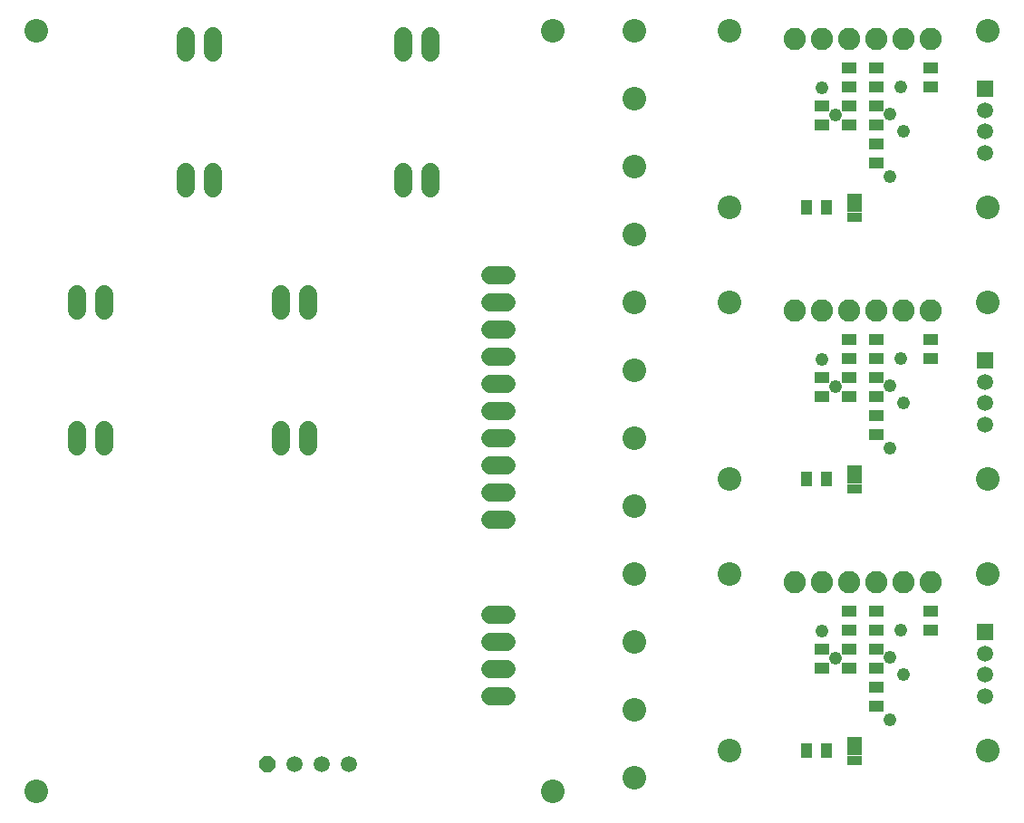
<source format=gbs>
G75*
%MOIN*%
%OFA0B0*%
%FSLAX25Y25*%
%IPPOS*%
%LPD*%
%AMOC8*
5,1,8,0,0,1.08239X$1,22.5*
%
%ADD10C,0.08674*%
%ADD11C,0.06800*%
%ADD12OC8,0.05950*%
%ADD13C,0.05950*%
%ADD14R,0.05524X0.03950*%
%ADD15C,0.08200*%
%ADD16R,0.05950X0.05950*%
%ADD17R,0.03950X0.05524*%
%ADD18R,0.05800X0.03300*%
%ADD19C,0.04762*%
D10*
X0016000Y0016000D03*
X0206000Y0016000D03*
X0236000Y0021000D03*
X0236000Y0046000D03*
X0236000Y0071000D03*
X0236000Y0096000D03*
X0236000Y0121000D03*
X0236000Y0146000D03*
X0236000Y0171000D03*
X0236000Y0196000D03*
X0236000Y0221000D03*
X0236000Y0246000D03*
X0236000Y0271000D03*
X0236000Y0296000D03*
X0206000Y0296000D03*
X0271000Y0296000D03*
X0271000Y0231000D03*
X0271000Y0196000D03*
X0271000Y0131000D03*
X0271000Y0096000D03*
X0271000Y0031000D03*
X0366000Y0031000D03*
X0366000Y0096000D03*
X0366000Y0131000D03*
X0366000Y0196000D03*
X0366000Y0231000D03*
X0366000Y0296000D03*
X0016000Y0296000D03*
D11*
X0071000Y0294000D02*
X0071000Y0288000D01*
X0081000Y0288000D02*
X0081000Y0294000D01*
X0081000Y0244000D02*
X0081000Y0238000D01*
X0071000Y0238000D02*
X0071000Y0244000D01*
X0041000Y0199000D02*
X0041000Y0193000D01*
X0031000Y0193000D02*
X0031000Y0199000D01*
X0031000Y0149000D02*
X0031000Y0143000D01*
X0041000Y0143000D02*
X0041000Y0149000D01*
X0106000Y0149000D02*
X0106000Y0143000D01*
X0116000Y0143000D02*
X0116000Y0149000D01*
X0116000Y0193000D02*
X0116000Y0199000D01*
X0106000Y0199000D02*
X0106000Y0193000D01*
X0151000Y0238000D02*
X0151000Y0244000D01*
X0161000Y0244000D02*
X0161000Y0238000D01*
X0183000Y0206000D02*
X0189000Y0206000D01*
X0189000Y0196000D02*
X0183000Y0196000D01*
X0183000Y0186000D02*
X0189000Y0186000D01*
X0189000Y0176000D02*
X0183000Y0176000D01*
X0183000Y0166000D02*
X0189000Y0166000D01*
X0189000Y0156000D02*
X0183000Y0156000D01*
X0183000Y0146000D02*
X0189000Y0146000D01*
X0189000Y0136000D02*
X0183000Y0136000D01*
X0183000Y0126000D02*
X0189000Y0126000D01*
X0189000Y0116000D02*
X0183000Y0116000D01*
X0183000Y0081000D02*
X0189000Y0081000D01*
X0189000Y0071000D02*
X0183000Y0071000D01*
X0183000Y0061000D02*
X0189000Y0061000D01*
X0189000Y0051000D02*
X0183000Y0051000D01*
X0161000Y0288000D02*
X0161000Y0294000D01*
X0151000Y0294000D02*
X0151000Y0288000D01*
D12*
X0101000Y0026000D03*
D13*
X0111000Y0026000D03*
X0121000Y0026000D03*
X0131000Y0026000D03*
X0365000Y0051189D03*
X0365000Y0059063D03*
X0365000Y0066937D03*
X0365000Y0151189D03*
X0365000Y0159063D03*
X0365000Y0166937D03*
X0365000Y0251189D03*
X0365000Y0259063D03*
X0365000Y0266937D03*
D14*
X0345000Y0275457D03*
X0345000Y0282543D03*
X0325000Y0282543D03*
X0325000Y0275457D03*
X0325000Y0268543D03*
X0325000Y0261457D03*
X0325000Y0254543D03*
X0325000Y0247457D03*
X0315000Y0261457D03*
X0315000Y0268543D03*
X0315000Y0275457D03*
X0305000Y0268543D03*
X0305000Y0261457D03*
X0315000Y0282543D03*
X0315000Y0182543D03*
X0315000Y0175457D03*
X0315000Y0168543D03*
X0305000Y0168543D03*
X0305000Y0161457D03*
X0315000Y0161457D03*
X0325000Y0161457D03*
X0325000Y0154543D03*
X0325000Y0147457D03*
X0325000Y0168543D03*
X0325000Y0175457D03*
X0325000Y0182543D03*
X0345000Y0182543D03*
X0345000Y0175457D03*
X0345000Y0082543D03*
X0345000Y0075457D03*
X0325000Y0075457D03*
X0325000Y0068543D03*
X0325000Y0061457D03*
X0325000Y0054543D03*
X0325000Y0047457D03*
X0315000Y0061457D03*
X0315000Y0068543D03*
X0315000Y0075457D03*
X0305000Y0068543D03*
X0305000Y0061457D03*
X0315000Y0082543D03*
X0325000Y0082543D03*
D15*
X0325000Y0093000D03*
X0335000Y0093000D03*
X0345000Y0093000D03*
X0315000Y0093000D03*
X0305000Y0093000D03*
X0295000Y0093000D03*
X0295000Y0193000D03*
X0305000Y0193000D03*
X0315000Y0193000D03*
X0325000Y0193000D03*
X0335000Y0193000D03*
X0345000Y0193000D03*
X0345000Y0293000D03*
X0335000Y0293000D03*
X0325000Y0293000D03*
X0315000Y0293000D03*
X0305000Y0293000D03*
X0295000Y0293000D03*
D16*
X0365000Y0274811D03*
X0365000Y0174811D03*
X0365000Y0074811D03*
D17*
X0306543Y0031000D03*
X0299457Y0031000D03*
X0299457Y0131000D03*
X0306543Y0131000D03*
X0306543Y0231000D03*
X0299457Y0231000D03*
D18*
X0317000Y0231000D03*
X0317000Y0227500D03*
X0317000Y0234500D03*
X0317000Y0134500D03*
X0317000Y0131000D03*
X0317000Y0127500D03*
X0317000Y0034500D03*
X0317000Y0031000D03*
X0317000Y0027500D03*
D19*
X0330000Y0042500D03*
X0335110Y0059189D03*
X0330000Y0065500D03*
X0334000Y0075457D03*
X0310000Y0065000D03*
X0305000Y0075000D03*
X0330000Y0142500D03*
X0335110Y0159189D03*
X0330000Y0165500D03*
X0334000Y0175457D03*
X0310000Y0165000D03*
X0305000Y0175000D03*
X0330000Y0242500D03*
X0335110Y0259189D03*
X0330000Y0265500D03*
X0334000Y0275457D03*
X0310000Y0265000D03*
X0305000Y0275000D03*
M02*

</source>
